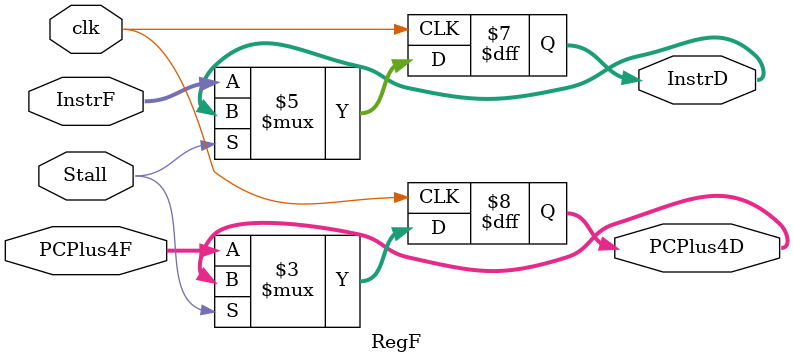
<source format=sv>
module RegF (
    input logic [31:0]      InstrF,
    input logic [31:0]      PCPlus4F,
    input logic             clk,
    input logic             Stall,

    output logic [31:0]    InstrD,
    output logic [31:0]    PCPlus4D
);

    always_ff @( negedge clk) begin

        if(Stall == 0) begin
            InstrD   <= InstrF;
            PCPlus4D <= PCPlus4F;
        end
    end

endmodule

</source>
